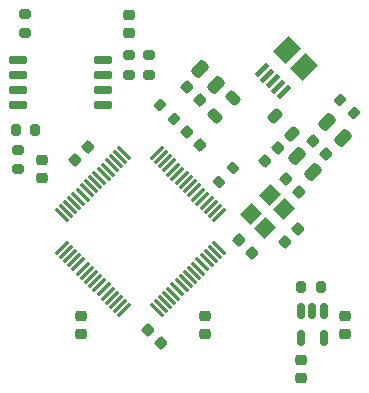
<source format=gbr>
%TF.GenerationSoftware,KiCad,Pcbnew,(6.0.0-0)*%
%TF.CreationDate,2023-01-16T12:19:11+01:00*%
%TF.ProjectId,core-v-mini-mcu-spiboot-fpga,636f7265-2d76-42d6-9d69-6e692d6d6375,rev?*%
%TF.SameCoordinates,Original*%
%TF.FileFunction,Paste,Top*%
%TF.FilePolarity,Positive*%
%FSLAX46Y46*%
G04 Gerber Fmt 4.6, Leading zero omitted, Abs format (unit mm)*
G04 Created by KiCad (PCBNEW (6.0.0-0)) date 2023-01-16 12:19:11*
%MOMM*%
%LPD*%
G01*
G04 APERTURE LIST*
G04 Aperture macros list*
%AMRoundRect*
0 Rectangle with rounded corners*
0 $1 Rounding radius*
0 $2 $3 $4 $5 $6 $7 $8 $9 X,Y pos of 4 corners*
0 Add a 4 corners polygon primitive as box body*
4,1,4,$2,$3,$4,$5,$6,$7,$8,$9,$2,$3,0*
0 Add four circle primitives for the rounded corners*
1,1,$1+$1,$2,$3*
1,1,$1+$1,$4,$5*
1,1,$1+$1,$6,$7*
1,1,$1+$1,$8,$9*
0 Add four rect primitives between the rounded corners*
20,1,$1+$1,$2,$3,$4,$5,0*
20,1,$1+$1,$4,$5,$6,$7,0*
20,1,$1+$1,$6,$7,$8,$9,0*
20,1,$1+$1,$8,$9,$2,$3,0*%
%AMRotRect*
0 Rectangle, with rotation*
0 The origin of the aperture is its center*
0 $1 length*
0 $2 width*
0 $3 Rotation angle, in degrees counterclockwise*
0 Add horizontal line*
21,1,$1,$2,0,0,$3*%
G04 Aperture macros list end*
%ADD10RoundRect,0.225000X-0.335876X-0.017678X-0.017678X-0.335876X0.335876X0.017678X0.017678X0.335876X0*%
%ADD11RotRect,1.400000X1.200000X225.000000*%
%ADD12RoundRect,0.150000X-0.150000X0.512500X-0.150000X-0.512500X0.150000X-0.512500X0.150000X0.512500X0*%
%ADD13RoundRect,0.200000X-0.200000X-0.275000X0.200000X-0.275000X0.200000X0.275000X-0.200000X0.275000X0*%
%ADD14RoundRect,0.225000X0.250000X-0.225000X0.250000X0.225000X-0.250000X0.225000X-0.250000X-0.225000X0*%
%ADD15RoundRect,0.225000X-0.250000X0.225000X-0.250000X-0.225000X0.250000X-0.225000X0.250000X0.225000X0*%
%ADD16RoundRect,0.075000X0.441942X0.548008X-0.548008X-0.441942X-0.441942X-0.548008X0.548008X0.441942X0*%
%ADD17RoundRect,0.075000X-0.441942X0.548008X-0.548008X0.441942X0.441942X-0.548008X0.548008X-0.441942X0*%
%ADD18RoundRect,0.225000X0.335876X0.017678X0.017678X0.335876X-0.335876X-0.017678X-0.017678X-0.335876X0*%
%ADD19RoundRect,0.225000X-0.017678X0.335876X-0.335876X0.017678X0.017678X-0.335876X0.335876X-0.017678X0*%
%ADD20RoundRect,0.200000X-0.275000X0.200000X-0.275000X-0.200000X0.275000X-0.200000X0.275000X0.200000X0*%
%ADD21RoundRect,0.250000X0.512652X0.159099X0.159099X0.512652X-0.512652X-0.159099X-0.159099X-0.512652X0*%
%ADD22RoundRect,0.250000X-0.512652X-0.159099X-0.159099X-0.512652X0.512652X0.159099X0.159099X0.512652X0*%
%ADD23RoundRect,0.200000X-0.335876X-0.053033X-0.053033X-0.335876X0.335876X0.053033X0.053033X0.335876X0*%
%ADD24RoundRect,0.200000X0.335876X0.053033X0.053033X0.335876X-0.335876X-0.053033X-0.053033X-0.335876X0*%
%ADD25RoundRect,0.200000X0.275000X-0.200000X0.275000X0.200000X-0.275000X0.200000X-0.275000X-0.200000X0*%
%ADD26RoundRect,0.200000X0.200000X0.275000X-0.200000X0.275000X-0.200000X-0.275000X0.200000X-0.275000X0*%
%ADD27RoundRect,0.200000X-0.053033X0.335876X-0.335876X0.053033X0.053033X-0.335876X0.335876X-0.053033X0*%
%ADD28RoundRect,0.150000X-0.650000X-0.150000X0.650000X-0.150000X0.650000X0.150000X-0.650000X0.150000X0*%
%ADD29RoundRect,0.218750X-0.114905X0.424264X-0.424264X0.114905X0.114905X-0.424264X0.424264X-0.114905X0*%
%ADD30RotRect,0.400000X1.350000X135.000000*%
%ADD31RotRect,1.500000X1.900000X135.000000*%
%ADD32RoundRect,0.218750X-0.424264X-0.114905X-0.114905X-0.424264X0.424264X0.114905X0.114905X0.424264X0*%
G04 APERTURE END LIST*
D10*
%TO.C,C3*%
X96151992Y-99901992D03*
X97248008Y-100998008D03*
%TD*%
D11*
%TO.C,Y1*%
X106426777Y-88521142D03*
X104871142Y-90076777D03*
X106073223Y-91278858D03*
X107628858Y-89723223D03*
%TD*%
D12*
%TO.C,U4*%
X111000000Y-98362500D03*
X110050000Y-98362500D03*
X109100000Y-98362500D03*
X109100000Y-100637500D03*
X111000000Y-100637500D03*
%TD*%
D13*
%TO.C,R13*%
X109125000Y-96300000D03*
X110775000Y-96300000D03*
%TD*%
D14*
%TO.C,C18*%
X112800000Y-100275000D03*
X112800000Y-98725000D03*
%TD*%
D15*
%TO.C,C17*%
X109100000Y-102475000D03*
X109100000Y-104025000D03*
%TD*%
D16*
%TO.C,U2*%
X102164481Y-90238819D03*
X101810928Y-89885266D03*
X101457375Y-89531713D03*
X101103821Y-89178159D03*
X100750268Y-88824606D03*
X100396714Y-88471052D03*
X100043161Y-88117499D03*
X99689608Y-87763946D03*
X99336054Y-87410392D03*
X98982501Y-87056839D03*
X98628948Y-86703286D03*
X98275394Y-86349732D03*
X97921841Y-85996179D03*
X97568287Y-85642625D03*
X97214734Y-85289072D03*
X96861181Y-84935519D03*
D17*
X94138819Y-84935519D03*
X93785266Y-85289072D03*
X93431713Y-85642625D03*
X93078159Y-85996179D03*
X92724606Y-86349732D03*
X92371052Y-86703286D03*
X92017499Y-87056839D03*
X91663946Y-87410392D03*
X91310392Y-87763946D03*
X90956839Y-88117499D03*
X90603286Y-88471052D03*
X90249732Y-88824606D03*
X89896179Y-89178159D03*
X89542625Y-89531713D03*
X89189072Y-89885266D03*
X88835519Y-90238819D03*
D16*
X88835519Y-92961181D03*
X89189072Y-93314734D03*
X89542625Y-93668287D03*
X89896179Y-94021841D03*
X90249732Y-94375394D03*
X90603286Y-94728948D03*
X90956839Y-95082501D03*
X91310392Y-95436054D03*
X91663946Y-95789608D03*
X92017499Y-96143161D03*
X92371052Y-96496714D03*
X92724606Y-96850268D03*
X93078159Y-97203821D03*
X93431713Y-97557375D03*
X93785266Y-97910928D03*
X94138819Y-98264481D03*
D17*
X96861181Y-98264481D03*
X97214734Y-97910928D03*
X97568287Y-97557375D03*
X97921841Y-97203821D03*
X98275394Y-96850268D03*
X98628948Y-96496714D03*
X98982501Y-96143161D03*
X99336054Y-95789608D03*
X99689608Y-95436054D03*
X100043161Y-95082501D03*
X100396714Y-94728948D03*
X100750268Y-94375394D03*
X101103821Y-94021841D03*
X101457375Y-93668287D03*
X101810928Y-93314734D03*
X102164481Y-92961181D03*
%TD*%
D18*
%TO.C,C16*%
X108898008Y-88248008D03*
X107801992Y-87151992D03*
%TD*%
D19*
%TO.C,C15*%
X108798008Y-91351992D03*
X107701992Y-92448008D03*
%TD*%
D14*
%TO.C,C13*%
X87200000Y-87075000D03*
X87200000Y-85525000D03*
%TD*%
D10*
%TO.C,C1*%
X103851992Y-92301992D03*
X104948008Y-93398008D03*
%TD*%
D20*
%TO.C,R12*%
X94500000Y-76675000D03*
X94500000Y-78325000D03*
%TD*%
D21*
%TO.C,C8*%
X101921751Y-79171751D03*
X100578249Y-77828249D03*
%TD*%
D22*
%TO.C,C7*%
X112610200Y-83655482D03*
X111266698Y-82311980D03*
%TD*%
D23*
%TO.C,R1*%
X112383274Y-80433274D03*
X113550000Y-81600000D03*
%TD*%
D24*
%TO.C,R7*%
X98333363Y-82083363D03*
X97166637Y-80916637D03*
%TD*%
D14*
%TO.C,C14*%
X94500000Y-74775000D03*
X94500000Y-73225000D03*
%TD*%
D25*
%TO.C,R11*%
X85100000Y-86325000D03*
X85100000Y-84675000D03*
%TD*%
D22*
%TO.C,C5*%
X110071751Y-86521751D03*
X108728249Y-85178249D03*
%TD*%
D26*
%TO.C,R8*%
X86575000Y-83000000D03*
X84925000Y-83000000D03*
%TD*%
D25*
%TO.C,R9*%
X85700000Y-74825000D03*
X85700000Y-73175000D03*
%TD*%
D15*
%TO.C,C11*%
X101000000Y-98725000D03*
X101000000Y-100275000D03*
%TD*%
D27*
%TO.C,R6*%
X102166637Y-87383363D03*
X103333363Y-86216637D03*
%TD*%
D19*
%TO.C,C2*%
X106051992Y-85648008D03*
X107148008Y-84551992D03*
%TD*%
D15*
%TO.C,C10*%
X90500000Y-98725000D03*
X90500000Y-100275000D03*
%TD*%
D19*
%TO.C,C12*%
X91048008Y-84451992D03*
X89951992Y-85548008D03*
%TD*%
D20*
%TO.C,R10*%
X96200000Y-76675000D03*
X96200000Y-78325000D03*
%TD*%
D10*
%TO.C,C6*%
X111229317Y-85062714D03*
X110133301Y-83966698D03*
%TD*%
D28*
%TO.C,U3*%
X85150000Y-77095000D03*
X85150000Y-78365000D03*
X85150000Y-79635000D03*
X85150000Y-80905000D03*
X92350000Y-80905000D03*
X92350000Y-79635000D03*
X92350000Y-78365000D03*
X92350000Y-77095000D03*
%TD*%
D29*
%TO.C,L2*%
X103303578Y-80327075D03*
X101800976Y-81829677D03*
%TD*%
D30*
%TO.C,P1*%
X107613394Y-79779067D03*
X107153775Y-79319448D03*
X106694155Y-78859829D03*
X106234536Y-78400209D03*
X105774917Y-77940590D03*
D31*
X107896237Y-76243534D03*
X109310450Y-77657747D03*
%TD*%
D32*
%TO.C,L1*%
X108351301Y-83301301D03*
X106848699Y-81798699D03*
%TD*%
D18*
%TO.C,C9*%
X100548008Y-80448008D03*
X99451992Y-79351992D03*
%TD*%
D10*
%TO.C,C4*%
X99451992Y-83201992D03*
X100548008Y-84298008D03*
%TD*%
M02*

</source>
